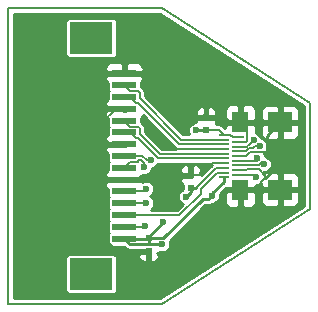
<source format=gbr>
%TF.GenerationSoftware,KiCad,Pcbnew,4.0.7*%
%TF.CreationDate,2018-04-08T16:57:24+02:00*%
%TF.ProjectId,HDMI to CSI,48444D4920746F204353492E6B696361,rev?*%
%TF.FileFunction,Copper,L1,Top,Signal*%
%FSLAX46Y46*%
G04 Gerber Fmt 4.6, Leading zero omitted, Abs format (unit mm)*
G04 Created by KiCad (PCBNEW 4.0.7) date 04/08/18 16:57:24*
%MOMM*%
%LPD*%
G01*
G04 APERTURE LIST*
%ADD10C,0.150000*%
%ADD11R,0.500000X0.600000*%
%ADD12R,2.000000X0.610000*%
%ADD13R,3.600000X2.680000*%
%ADD14R,2.000000X1.700000*%
%ADD15R,1.380000X1.800000*%
%ADD16R,0.850000X0.230000*%
%ADD17R,1.000000X0.230000*%
%ADD18C,0.600000*%
%ADD19C,0.254000*%
%ADD20C,0.200000*%
%ADD21C,0.127000*%
G04 APERTURE END LIST*
D10*
X152500000Y-104500000D02*
X140000000Y-112500000D01*
X152500000Y-95500000D02*
X152500000Y-104500000D01*
X140000000Y-87500000D02*
X152500000Y-95500000D01*
X127000000Y-87500000D02*
X140000000Y-87500000D01*
X127000000Y-112500000D02*
X140000000Y-112500000D01*
X127000000Y-87500000D02*
X127000000Y-112500000D01*
D11*
X138875000Y-106975000D03*
X138875000Y-108075000D03*
X142425000Y-102725000D03*
X142425000Y-101625000D03*
X143725000Y-97800000D03*
X143725000Y-96700000D03*
D12*
X136800000Y-93000000D03*
X136800000Y-94000000D03*
X136800000Y-95000000D03*
X136800000Y-96000000D03*
X136800000Y-97000000D03*
X136800000Y-98000000D03*
X136800000Y-99000000D03*
X136800000Y-100000000D03*
X136800000Y-101000000D03*
X136800000Y-102000000D03*
X136800000Y-103000000D03*
X136800000Y-104000000D03*
X136800000Y-105000000D03*
X136800000Y-106000000D03*
X136800000Y-107000000D03*
D13*
X134000000Y-90010000D03*
X134000000Y-109990000D03*
D14*
X150000000Y-102850000D03*
X150000000Y-97150000D03*
D15*
X146640000Y-102850000D03*
X146640000Y-97150000D03*
D16*
X145225000Y-98200000D03*
X145225000Y-98600000D03*
X145225000Y-99000000D03*
X145225000Y-99400000D03*
X145225000Y-99800000D03*
X145225000Y-100200000D03*
X145225000Y-100600000D03*
X145225000Y-101000000D03*
X145225000Y-101400000D03*
X145225000Y-101800000D03*
D17*
X146450000Y-98400000D03*
X146450000Y-98800000D03*
X146450000Y-99200000D03*
X146450000Y-99600000D03*
X146450000Y-100000000D03*
X146450000Y-100400000D03*
X146450000Y-100800000D03*
X146450000Y-101200000D03*
X146450000Y-101600000D03*
D18*
X140025000Y-107475000D03*
X140075000Y-105625000D03*
X142050000Y-103450000D03*
X144225000Y-103350000D03*
X142900000Y-97825000D03*
X135000000Y-93000000D03*
X148850000Y-99850000D03*
X135225000Y-99000000D03*
X139950000Y-98825000D03*
X148042158Y-100142158D03*
X139035654Y-100364518D03*
X148607842Y-100707842D03*
X138469970Y-100930202D03*
X147751166Y-98671068D03*
X138675000Y-102775000D03*
X148289673Y-99159490D03*
X138650000Y-103975000D03*
X147973863Y-101740510D03*
X138575000Y-105950000D03*
D19*
X140025000Y-107475000D02*
X138875000Y-107475000D01*
X138875000Y-107475000D02*
X137275000Y-107475000D01*
X138875000Y-106975000D02*
X138875000Y-107475000D01*
X140025000Y-107475000D02*
X139375000Y-107475000D01*
X137275000Y-107475000D02*
X136800000Y-107000000D01*
X138875000Y-106975000D02*
X138875000Y-106825000D01*
X138875000Y-106825000D02*
X140075000Y-105625000D01*
X143450001Y-103649999D02*
X140125000Y-106975000D01*
X140125000Y-106975000D02*
X138875000Y-106975000D01*
X144225000Y-103350000D02*
X143925001Y-103649999D01*
X143925001Y-103649999D02*
X143450001Y-103649999D01*
X136800000Y-107000000D02*
X138850000Y-107000000D01*
X138850000Y-107000000D02*
X138875000Y-106975000D01*
X142425000Y-102725000D02*
X142425000Y-103075000D01*
X142425000Y-103075000D02*
X142050000Y-103450000D01*
X144225000Y-103169000D02*
X144225000Y-103350000D01*
X145225000Y-101800000D02*
X145225000Y-102169000D01*
X145225000Y-102169000D02*
X144225000Y-103169000D01*
X143725000Y-97800000D02*
X142925000Y-97800000D01*
X142925000Y-97800000D02*
X142900000Y-97825000D01*
X142425000Y-102725000D02*
X142875000Y-102725000D01*
D20*
X143725000Y-97800000D02*
X144825000Y-97800000D01*
X144825000Y-97800000D02*
X145225000Y-98200000D01*
X146450000Y-98400000D02*
X145973602Y-98400000D01*
X145973602Y-98400000D02*
X145773602Y-98200000D01*
X145773602Y-98200000D02*
X145225000Y-98200000D01*
X145225000Y-101000000D02*
X144600000Y-101000000D01*
X144600000Y-101000000D02*
X142875000Y-102725000D01*
X136800000Y-93000000D02*
X135000000Y-93000000D01*
X136800000Y-102000000D02*
X137900000Y-102000000D01*
X142425000Y-101625000D02*
X138275000Y-101625000D01*
X138275000Y-101625000D02*
X137900000Y-102000000D01*
X145225000Y-100600000D02*
X144200000Y-100600000D01*
X144200000Y-100600000D02*
X143175000Y-101625000D01*
X143175000Y-101625000D02*
X142425000Y-101625000D01*
D19*
X146640000Y-97150000D02*
X147584000Y-97150000D01*
X147584000Y-97150000D02*
X150000000Y-97150000D01*
X148850000Y-99850000D02*
X148850000Y-98300000D01*
X148850000Y-98300000D02*
X150000000Y-97150000D01*
X149450000Y-100025736D02*
X149450000Y-101150000D01*
X149450000Y-101150000D02*
X148725000Y-101875000D01*
X148850000Y-99850000D02*
X149274264Y-99850000D01*
X149274264Y-99850000D02*
X149450000Y-100025736D01*
X136800000Y-96000000D02*
X135546000Y-96000000D01*
X135546000Y-96000000D02*
X134996000Y-95450000D01*
X134996000Y-95450000D02*
X134900000Y-95450000D01*
X136800000Y-93000000D02*
X135546000Y-93000000D01*
X135546000Y-93000000D02*
X134900000Y-93646000D01*
X134900000Y-93646000D02*
X134900000Y-93700000D01*
X134875000Y-102350000D02*
X134875000Y-102100000D01*
X134875000Y-103230000D02*
X134875000Y-102350000D01*
X134875000Y-102350000D02*
X134875000Y-94230000D01*
X134875000Y-94230000D02*
X134900000Y-94205000D01*
X134900000Y-94205000D02*
X134900000Y-93700000D01*
D20*
X134875000Y-101275000D02*
X134875000Y-101175000D01*
X134875000Y-101175000D02*
X134875000Y-99425000D01*
D19*
X136800000Y-102000000D02*
X135546000Y-102000000D01*
X135546000Y-102000000D02*
X134875000Y-101329000D01*
X134875000Y-101329000D02*
X134875000Y-101175000D01*
D20*
X134875000Y-102100000D02*
X134875000Y-101275000D01*
D19*
X134875000Y-106788602D02*
X134875000Y-103230000D01*
X138875000Y-108075000D02*
X136161398Y-108075000D01*
X136161398Y-108075000D02*
X134875000Y-106788602D01*
D20*
X142425000Y-101625000D02*
X142550000Y-101625000D01*
D19*
X142550000Y-101500000D02*
X142425000Y-101625000D01*
D21*
X147427000Y-99650000D02*
X148650000Y-99650000D01*
D20*
X147150000Y-98800000D02*
X147224164Y-98725836D01*
X146450000Y-98800000D02*
X147150000Y-98800000D01*
X147224164Y-98725836D02*
X147224164Y-97734164D01*
X147224164Y-97734164D02*
X146640000Y-97150000D01*
D21*
X148650000Y-99650000D02*
X148850000Y-99850000D01*
X146450000Y-100000000D02*
X147077000Y-100000000D01*
X147077000Y-100000000D02*
X147427000Y-99650000D01*
D20*
X138000000Y-93000000D02*
X141500000Y-96500000D01*
X143725000Y-96700000D02*
X141700000Y-96700000D01*
X141700000Y-96700000D02*
X141500000Y-96500000D01*
X143725000Y-96700000D02*
X145300000Y-96700000D01*
X145300000Y-96700000D02*
X145750000Y-97150000D01*
X150000000Y-102850000D02*
X148800000Y-102850000D01*
X148800000Y-102850000D02*
X147750000Y-102850000D01*
X146450000Y-101200000D02*
X147150000Y-101200000D01*
X147150000Y-101200000D02*
X147250000Y-101100000D01*
X148725000Y-101650000D02*
X148725000Y-101875000D01*
X147250000Y-101100000D02*
X148175000Y-101100000D01*
X148175000Y-101100000D02*
X148725000Y-101650000D01*
X148725000Y-101875000D02*
X147750000Y-102850000D01*
X147750000Y-102850000D02*
X146640000Y-102850000D01*
X134875000Y-99425000D02*
X134875000Y-98275000D01*
X134875000Y-99425000D02*
X134875000Y-99350000D01*
X134875000Y-99350000D02*
X135225000Y-99000000D01*
X144600000Y-99400000D02*
X140525000Y-99400000D01*
X140525000Y-99400000D02*
X139950000Y-98825000D01*
X145225000Y-99400000D02*
X144600000Y-99400000D01*
X134900000Y-95450000D02*
X134900000Y-97205000D01*
X134900000Y-97205000D02*
X134875000Y-97230000D01*
X136800000Y-102000000D02*
X135600000Y-102000000D01*
X135600000Y-102000000D02*
X134875000Y-101275000D01*
X134875000Y-97230000D02*
X134875000Y-97625000D01*
X134875000Y-97625000D02*
X134875000Y-97770000D01*
X136800000Y-99000000D02*
X135600000Y-99000000D01*
X135600000Y-99000000D02*
X134875000Y-98275000D01*
X134875000Y-98275000D02*
X134875000Y-97625000D01*
X136800000Y-96000000D02*
X136105000Y-96000000D01*
X136105000Y-96000000D02*
X134875000Y-97230000D01*
X134900000Y-93700000D02*
X134900000Y-95450000D01*
X136800000Y-93000000D02*
X138000000Y-93000000D01*
X145750000Y-97150000D02*
X146640000Y-97150000D01*
X146325000Y-103165000D02*
X146640000Y-102850000D01*
D21*
X141596204Y-98609500D02*
X144578000Y-98609500D01*
X137304499Y-94504499D02*
X137952401Y-94504499D01*
X136800000Y-94000000D02*
X137304499Y-94504499D01*
X137952401Y-94504499D02*
X138110213Y-94662311D01*
X138110213Y-94662311D02*
X138110213Y-95123509D01*
X138110213Y-95123509D02*
X141596204Y-98609500D01*
X144578000Y-98609500D02*
X144587500Y-98600000D01*
X144587500Y-98600000D02*
X145225000Y-98600000D01*
X136800000Y-95000000D02*
X137261185Y-95000000D01*
X137261185Y-95000000D02*
X137765684Y-95504499D01*
X137765684Y-95504499D02*
X137952401Y-95504499D01*
X137952401Y-95504499D02*
X141438402Y-98990500D01*
X141438402Y-98990500D02*
X144578000Y-98990500D01*
X144578000Y-98990500D02*
X144587500Y-99000000D01*
X144587500Y-99000000D02*
X145225000Y-99000000D01*
X144578000Y-99809500D02*
X144587500Y-99800000D01*
X137304499Y-97504499D02*
X137952401Y-97504499D01*
X136800000Y-97000000D02*
X137304499Y-97504499D01*
X144587500Y-99800000D02*
X145225000Y-99800000D01*
X137952401Y-97504499D02*
X138110213Y-97662311D01*
X138110213Y-97662311D02*
X138110213Y-98123509D01*
X138110213Y-98123509D02*
X139796204Y-99809500D01*
X139796204Y-99809500D02*
X144578000Y-99809500D01*
X136800000Y-98000000D02*
X137261185Y-98000000D01*
X137261185Y-98000000D02*
X137765684Y-98504499D01*
X144587500Y-100200000D02*
X145225000Y-100200000D01*
X137765684Y-98504499D02*
X137952401Y-98504499D01*
X137952401Y-98504499D02*
X139638402Y-100190500D01*
X139638402Y-100190500D02*
X144578000Y-100190500D01*
X144578000Y-100190500D02*
X144587500Y-100200000D01*
X148042158Y-100142158D02*
X148209389Y-100309389D01*
X148209389Y-100309389D02*
X148082278Y-100436500D01*
X148082278Y-100436500D02*
X147236500Y-100436500D01*
X147236500Y-100436500D02*
X147200000Y-100400000D01*
X147200000Y-100400000D02*
X146450000Y-100400000D01*
X136800000Y-100000000D02*
X138336675Y-100000000D01*
X138336675Y-100000000D02*
X138701193Y-100364518D01*
X138701193Y-100364518D02*
X139035654Y-100364518D01*
X148607842Y-100707842D02*
X148440611Y-100540611D01*
X148440611Y-100540611D02*
X148217722Y-100763500D01*
X148217722Y-100763500D02*
X147236500Y-100763500D01*
X147236500Y-100763500D02*
X147200000Y-100800000D01*
X147200000Y-100800000D02*
X146450000Y-100800000D01*
X138469970Y-100595741D02*
X138469970Y-100930202D01*
X136800000Y-101000000D02*
X137304499Y-100495501D01*
X137304499Y-100495501D02*
X137952401Y-100495501D01*
X137952401Y-100495501D02*
X137990501Y-100457401D01*
X137990501Y-100457401D02*
X137990501Y-100326999D01*
X137990501Y-100326999D02*
X138201228Y-100326999D01*
X138201228Y-100326999D02*
X138469970Y-100595741D01*
X147266572Y-99091978D02*
X147330256Y-99091978D01*
X146450000Y-99200000D02*
X147158550Y-99200000D01*
X147330256Y-99091978D02*
X147451167Y-98971067D01*
X147451167Y-98971067D02*
X147751166Y-98671068D01*
X147158550Y-99200000D02*
X147266572Y-99091978D01*
X136800000Y-103000000D02*
X138450000Y-103000000D01*
X138450000Y-103000000D02*
X138675000Y-102775000D01*
X147371786Y-99345989D02*
X147678910Y-99345989D01*
X147678910Y-99345989D02*
X147865409Y-99159490D01*
X147865409Y-99159490D02*
X148289673Y-99159490D01*
X147117775Y-99600000D02*
X147371786Y-99345989D01*
X146450000Y-99600000D02*
X147117775Y-99600000D01*
X138650000Y-103975000D02*
X136825000Y-103975000D01*
X136825000Y-103975000D02*
X136800000Y-104000000D01*
X137927000Y-105000000D02*
X136800000Y-105000000D01*
X141475944Y-105000000D02*
X137927000Y-105000000D01*
X143290502Y-102782498D02*
X143290502Y-103185442D01*
X144673000Y-101400000D02*
X143290502Y-102782498D01*
X145225000Y-101400000D02*
X144673000Y-101400000D01*
X143290502Y-103185442D02*
X141475944Y-105000000D01*
X147833353Y-101600000D02*
X147973863Y-101740510D01*
X146450000Y-101600000D02*
X147833353Y-101600000D01*
X137927000Y-106000000D02*
X138525000Y-106000000D01*
X138525000Y-106000000D02*
X138575000Y-105950000D01*
X136800000Y-106000000D02*
X137927000Y-106000000D01*
D19*
G36*
X152044000Y-95749554D02*
X152044000Y-104250446D01*
X139866573Y-112044000D01*
X127456000Y-112044000D01*
X127456000Y-108650000D01*
X131811536Y-108650000D01*
X131811536Y-111330000D01*
X131838103Y-111471190D01*
X131921546Y-111600865D01*
X132048866Y-111687859D01*
X132200000Y-111718464D01*
X135800000Y-111718464D01*
X135941190Y-111691897D01*
X136070865Y-111608454D01*
X136157859Y-111481134D01*
X136188464Y-111330000D01*
X136188464Y-108650000D01*
X136161897Y-108508810D01*
X136078454Y-108379135D01*
X136051547Y-108360750D01*
X137990000Y-108360750D01*
X137990000Y-108501309D01*
X138086673Y-108734698D01*
X138265301Y-108913327D01*
X138498690Y-109010000D01*
X138591250Y-109010000D01*
X138750000Y-108851250D01*
X138750000Y-108202000D01*
X138148750Y-108202000D01*
X137990000Y-108360750D01*
X136051547Y-108360750D01*
X135951134Y-108292141D01*
X135800000Y-108261536D01*
X132200000Y-108261536D01*
X132058810Y-108288103D01*
X131929135Y-108371546D01*
X131842141Y-108498866D01*
X131811536Y-108650000D01*
X127456000Y-108650000D01*
X127456000Y-93285750D01*
X135165000Y-93285750D01*
X135165000Y-93431309D01*
X135261673Y-93664698D01*
X135411536Y-93814562D01*
X135411536Y-94305000D01*
X135438103Y-94446190D01*
X135472430Y-94499536D01*
X135442141Y-94543866D01*
X135411536Y-94695000D01*
X135411536Y-95185438D01*
X135261673Y-95335302D01*
X135165000Y-95568691D01*
X135165000Y-95714250D01*
X135323750Y-95873000D01*
X136673000Y-95873000D01*
X136673000Y-95853000D01*
X136927000Y-95853000D01*
X136927000Y-95873000D01*
X136947000Y-95873000D01*
X136947000Y-96127000D01*
X136927000Y-96127000D01*
X136927000Y-96147000D01*
X136673000Y-96147000D01*
X136673000Y-96127000D01*
X135323750Y-96127000D01*
X135165000Y-96285750D01*
X135165000Y-96431309D01*
X135261673Y-96664698D01*
X135411536Y-96814562D01*
X135411536Y-97305000D01*
X135438103Y-97446190D01*
X135472430Y-97499536D01*
X135442141Y-97543866D01*
X135411536Y-97695000D01*
X135411536Y-98185438D01*
X135261673Y-98335302D01*
X135165000Y-98568691D01*
X135165000Y-98714250D01*
X135323750Y-98873000D01*
X136673000Y-98873000D01*
X136673000Y-98853000D01*
X136927000Y-98853000D01*
X136927000Y-98873000D01*
X136947000Y-98873000D01*
X136947000Y-99127000D01*
X136927000Y-99127000D01*
X136927000Y-99147000D01*
X136673000Y-99147000D01*
X136673000Y-99127000D01*
X135323750Y-99127000D01*
X135165000Y-99285750D01*
X135165000Y-99431309D01*
X135261673Y-99664698D01*
X135411536Y-99814562D01*
X135411536Y-100305000D01*
X135438103Y-100446190D01*
X135472430Y-100499536D01*
X135442141Y-100543866D01*
X135411536Y-100695000D01*
X135411536Y-101185438D01*
X135261673Y-101335302D01*
X135165000Y-101568691D01*
X135165000Y-101714250D01*
X135323750Y-101873000D01*
X136673000Y-101873000D01*
X136673000Y-101853000D01*
X136927000Y-101853000D01*
X136927000Y-101873000D01*
X138276250Y-101873000D01*
X138435000Y-101714250D01*
X138435000Y-101611172D01*
X138604835Y-101611320D01*
X138855222Y-101507863D01*
X139046957Y-101316461D01*
X139095859Y-101198691D01*
X141540000Y-101198691D01*
X141540000Y-101339250D01*
X141698750Y-101498000D01*
X142300000Y-101498000D01*
X142300000Y-100848750D01*
X142141250Y-100690000D01*
X142048690Y-100690000D01*
X141815301Y-100786673D01*
X141636673Y-100965302D01*
X141540000Y-101198691D01*
X139095859Y-101198691D01*
X139150852Y-101066256D01*
X139150870Y-101045619D01*
X139170519Y-101045636D01*
X139420906Y-100942179D01*
X139612641Y-100750777D01*
X139660716Y-100635000D01*
X144165000Y-100635000D01*
X144165000Y-100727002D01*
X144192761Y-100727002D01*
X143310000Y-101609764D01*
X143310000Y-101497998D01*
X143151252Y-101497998D01*
X143310000Y-101339250D01*
X143310000Y-101198691D01*
X143213327Y-100965302D01*
X143034699Y-100786673D01*
X142801310Y-100690000D01*
X142708750Y-100690000D01*
X142550000Y-100848750D01*
X142550000Y-101498000D01*
X142572000Y-101498000D01*
X142572000Y-101752000D01*
X142550000Y-101752000D01*
X142550000Y-101772000D01*
X142300000Y-101772000D01*
X142300000Y-101752000D01*
X141698750Y-101752000D01*
X141540000Y-101910750D01*
X141540000Y-102051309D01*
X141636673Y-102284698D01*
X141786536Y-102434562D01*
X141786536Y-102822018D01*
X141664748Y-102872339D01*
X141473013Y-103063741D01*
X141369118Y-103313946D01*
X141368882Y-103584865D01*
X141472339Y-103835252D01*
X141663741Y-104026987D01*
X141774392Y-104072934D01*
X141291826Y-104555500D01*
X139028381Y-104555500D01*
X139035252Y-104552661D01*
X139226987Y-104361259D01*
X139330882Y-104111054D01*
X139331118Y-103840135D01*
X139227661Y-103589748D01*
X139036259Y-103398013D01*
X138993481Y-103380250D01*
X139060252Y-103352661D01*
X139251987Y-103161259D01*
X139355882Y-102911054D01*
X139356118Y-102640135D01*
X139252661Y-102389748D01*
X139061259Y-102198013D01*
X138811054Y-102094118D01*
X138540135Y-102093882D01*
X138329970Y-102180720D01*
X138276250Y-102127000D01*
X136927000Y-102127000D01*
X136927000Y-102147000D01*
X136673000Y-102147000D01*
X136673000Y-102127000D01*
X135323750Y-102127000D01*
X135165000Y-102285750D01*
X135165000Y-102431309D01*
X135261673Y-102664698D01*
X135411536Y-102814562D01*
X135411536Y-103305000D01*
X135438103Y-103446190D01*
X135472430Y-103499536D01*
X135442141Y-103543866D01*
X135411536Y-103695000D01*
X135411536Y-104305000D01*
X135438103Y-104446190D01*
X135472430Y-104499536D01*
X135442141Y-104543866D01*
X135411536Y-104695000D01*
X135411536Y-105305000D01*
X135438103Y-105446190D01*
X135472430Y-105499536D01*
X135442141Y-105543866D01*
X135411536Y-105695000D01*
X135411536Y-106305000D01*
X135438103Y-106446190D01*
X135472430Y-106499536D01*
X135442141Y-106543866D01*
X135411536Y-106695000D01*
X135411536Y-107305000D01*
X135438103Y-107446190D01*
X135521546Y-107575865D01*
X135648866Y-107662859D01*
X135800000Y-107693464D01*
X136775043Y-107693464D01*
X136915789Y-107834210D01*
X137025910Y-107907790D01*
X137080597Y-107944331D01*
X137275000Y-107983000D01*
X139022000Y-107983000D01*
X139022000Y-108202000D01*
X139000000Y-108202000D01*
X139000000Y-108851250D01*
X139158750Y-109010000D01*
X139251310Y-109010000D01*
X139484699Y-108913327D01*
X139663327Y-108734698D01*
X139760000Y-108501309D01*
X139760000Y-108360750D01*
X139601252Y-108202002D01*
X139760000Y-108202002D01*
X139760000Y-108102339D01*
X139888946Y-108155882D01*
X140159865Y-108156118D01*
X140410252Y-108052661D01*
X140601987Y-107861259D01*
X140705882Y-107611054D01*
X140706118Y-107340135D01*
X140639504Y-107178916D01*
X143660422Y-104157999D01*
X143925001Y-104157999D01*
X144119404Y-104119330D01*
X144251563Y-104031024D01*
X144359865Y-104031118D01*
X144610252Y-103927661D01*
X144801987Y-103736259D01*
X144905882Y-103486054D01*
X144906118Y-103215135D01*
X144903535Y-103208885D01*
X144976670Y-103135750D01*
X145315000Y-103135750D01*
X145315000Y-103876309D01*
X145411673Y-104109698D01*
X145590301Y-104288327D01*
X145823690Y-104385000D01*
X146354250Y-104385000D01*
X146513000Y-104226250D01*
X146513000Y-102977000D01*
X146767000Y-102977000D01*
X146767000Y-104226250D01*
X146925750Y-104385000D01*
X147456310Y-104385000D01*
X147689699Y-104288327D01*
X147868327Y-104109698D01*
X147965000Y-103876309D01*
X147965000Y-103135750D01*
X148365000Y-103135750D01*
X148365000Y-103826309D01*
X148461673Y-104059698D01*
X148640301Y-104238327D01*
X148873690Y-104335000D01*
X149714250Y-104335000D01*
X149873000Y-104176250D01*
X149873000Y-102977000D01*
X150127000Y-102977000D01*
X150127000Y-104176250D01*
X150285750Y-104335000D01*
X151126310Y-104335000D01*
X151359699Y-104238327D01*
X151538327Y-104059698D01*
X151635000Y-103826309D01*
X151635000Y-103135750D01*
X151476250Y-102977000D01*
X150127000Y-102977000D01*
X149873000Y-102977000D01*
X148523750Y-102977000D01*
X148365000Y-103135750D01*
X147965000Y-103135750D01*
X147806250Y-102977000D01*
X146767000Y-102977000D01*
X146513000Y-102977000D01*
X145473750Y-102977000D01*
X145315000Y-103135750D01*
X144976670Y-103135750D01*
X145431585Y-102680835D01*
X145473750Y-102723000D01*
X146513000Y-102723000D01*
X146513000Y-102703000D01*
X146767000Y-102703000D01*
X146767000Y-102723000D01*
X147806250Y-102723000D01*
X147965000Y-102564250D01*
X147965000Y-102421503D01*
X148108728Y-102421628D01*
X148359115Y-102318171D01*
X148365000Y-102312296D01*
X148365000Y-102564250D01*
X148523750Y-102723000D01*
X149873000Y-102723000D01*
X149873000Y-101523750D01*
X150127000Y-101523750D01*
X150127000Y-102723000D01*
X151476250Y-102723000D01*
X151635000Y-102564250D01*
X151635000Y-101873691D01*
X151538327Y-101640302D01*
X151359699Y-101461673D01*
X151126310Y-101365000D01*
X150285750Y-101365000D01*
X150127000Y-101523750D01*
X149873000Y-101523750D01*
X149714250Y-101365000D01*
X148873690Y-101365000D01*
X148640301Y-101461673D01*
X148608594Y-101493380D01*
X148565385Y-101388806D01*
X148742707Y-101388960D01*
X148993094Y-101285503D01*
X149184829Y-101094101D01*
X149288724Y-100843896D01*
X149288960Y-100572977D01*
X149185503Y-100322590D01*
X148994101Y-100130855D01*
X148743896Y-100026960D01*
X148723259Y-100026942D01*
X148723276Y-100007293D01*
X148620883Y-99759481D01*
X148674925Y-99737151D01*
X148866660Y-99545749D01*
X148970555Y-99295544D01*
X148970791Y-99024625D01*
X148867334Y-98774238D01*
X148675932Y-98582503D01*
X148425727Y-98478608D01*
X148408480Y-98478593D01*
X148328827Y-98285816D01*
X148137425Y-98094081D01*
X147965000Y-98022483D01*
X147965000Y-97435750D01*
X148365000Y-97435750D01*
X148365000Y-98126309D01*
X148461673Y-98359698D01*
X148640301Y-98538327D01*
X148873690Y-98635000D01*
X149714250Y-98635000D01*
X149873000Y-98476250D01*
X149873000Y-97277000D01*
X150127000Y-97277000D01*
X150127000Y-98476250D01*
X150285750Y-98635000D01*
X151126310Y-98635000D01*
X151359699Y-98538327D01*
X151538327Y-98359698D01*
X151635000Y-98126309D01*
X151635000Y-97435750D01*
X151476250Y-97277000D01*
X150127000Y-97277000D01*
X149873000Y-97277000D01*
X148523750Y-97277000D01*
X148365000Y-97435750D01*
X147965000Y-97435750D01*
X147806250Y-97277000D01*
X146767000Y-97277000D01*
X146767000Y-97297000D01*
X146513000Y-97297000D01*
X146513000Y-97277000D01*
X145473750Y-97277000D01*
X145315000Y-97435750D01*
X145315000Y-97609764D01*
X145165118Y-97459882D01*
X145009071Y-97355614D01*
X144825000Y-97319000D01*
X144530185Y-97319000D01*
X144610000Y-97126309D01*
X144610000Y-96985750D01*
X144451250Y-96827000D01*
X143850000Y-96827000D01*
X143850000Y-96847000D01*
X143600000Y-96847000D01*
X143600000Y-96827000D01*
X142998750Y-96827000D01*
X142840000Y-96985750D01*
X142840000Y-97126309D01*
X142847309Y-97143954D01*
X142765135Y-97143882D01*
X142514748Y-97247339D01*
X142323013Y-97438741D01*
X142219118Y-97688946D01*
X142218882Y-97959865D01*
X142303641Y-98165000D01*
X141780322Y-98165000D01*
X139889013Y-96273691D01*
X142840000Y-96273691D01*
X142840000Y-96414250D01*
X142998750Y-96573000D01*
X143600000Y-96573000D01*
X143600000Y-95923750D01*
X143850000Y-95923750D01*
X143850000Y-96573000D01*
X144451250Y-96573000D01*
X144610000Y-96414250D01*
X144610000Y-96273691D01*
X144547868Y-96123691D01*
X145315000Y-96123691D01*
X145315000Y-96864250D01*
X145473750Y-97023000D01*
X146513000Y-97023000D01*
X146513000Y-95773750D01*
X146767000Y-95773750D01*
X146767000Y-97023000D01*
X147806250Y-97023000D01*
X147965000Y-96864250D01*
X147965000Y-96173691D01*
X148365000Y-96173691D01*
X148365000Y-96864250D01*
X148523750Y-97023000D01*
X149873000Y-97023000D01*
X149873000Y-95823750D01*
X150127000Y-95823750D01*
X150127000Y-97023000D01*
X151476250Y-97023000D01*
X151635000Y-96864250D01*
X151635000Y-96173691D01*
X151538327Y-95940302D01*
X151359699Y-95761673D01*
X151126310Y-95665000D01*
X150285750Y-95665000D01*
X150127000Y-95823750D01*
X149873000Y-95823750D01*
X149714250Y-95665000D01*
X148873690Y-95665000D01*
X148640301Y-95761673D01*
X148461673Y-95940302D01*
X148365000Y-96173691D01*
X147965000Y-96173691D01*
X147965000Y-96123691D01*
X147868327Y-95890302D01*
X147689699Y-95711673D01*
X147456310Y-95615000D01*
X146925750Y-95615000D01*
X146767000Y-95773750D01*
X146513000Y-95773750D01*
X146354250Y-95615000D01*
X145823690Y-95615000D01*
X145590301Y-95711673D01*
X145411673Y-95890302D01*
X145315000Y-96123691D01*
X144547868Y-96123691D01*
X144513327Y-96040302D01*
X144334699Y-95861673D01*
X144101310Y-95765000D01*
X144008750Y-95765000D01*
X143850000Y-95923750D01*
X143600000Y-95923750D01*
X143441250Y-95765000D01*
X143348690Y-95765000D01*
X143115301Y-95861673D01*
X142936673Y-96040302D01*
X142840000Y-96273691D01*
X139889013Y-96273691D01*
X138554713Y-94939391D01*
X138554713Y-94662311D01*
X138520877Y-94492208D01*
X138424522Y-94348002D01*
X138266710Y-94190190D01*
X138236646Y-94170102D01*
X138188464Y-94137908D01*
X138188464Y-93814562D01*
X138338327Y-93664698D01*
X138435000Y-93431309D01*
X138435000Y-93285750D01*
X138276250Y-93127000D01*
X136927000Y-93127000D01*
X136927000Y-93147000D01*
X136673000Y-93147000D01*
X136673000Y-93127000D01*
X135323750Y-93127000D01*
X135165000Y-93285750D01*
X127456000Y-93285750D01*
X127456000Y-92568691D01*
X135165000Y-92568691D01*
X135165000Y-92714250D01*
X135323750Y-92873000D01*
X136673000Y-92873000D01*
X136673000Y-92218750D01*
X136927000Y-92218750D01*
X136927000Y-92873000D01*
X138276250Y-92873000D01*
X138435000Y-92714250D01*
X138435000Y-92568691D01*
X138338327Y-92335302D01*
X138159699Y-92156673D01*
X137926310Y-92060000D01*
X137085750Y-92060000D01*
X136927000Y-92218750D01*
X136673000Y-92218750D01*
X136514250Y-92060000D01*
X135673690Y-92060000D01*
X135440301Y-92156673D01*
X135261673Y-92335302D01*
X135165000Y-92568691D01*
X127456000Y-92568691D01*
X127456000Y-88670000D01*
X131811536Y-88670000D01*
X131811536Y-91350000D01*
X131838103Y-91491190D01*
X131921546Y-91620865D01*
X132048866Y-91707859D01*
X132200000Y-91738464D01*
X135800000Y-91738464D01*
X135941190Y-91711897D01*
X136070865Y-91628454D01*
X136157859Y-91501134D01*
X136188464Y-91350000D01*
X136188464Y-88670000D01*
X136161897Y-88528810D01*
X136078454Y-88399135D01*
X135951134Y-88312141D01*
X135800000Y-88281536D01*
X132200000Y-88281536D01*
X132058810Y-88308103D01*
X131929135Y-88391546D01*
X131842141Y-88518866D01*
X131811536Y-88670000D01*
X127456000Y-88670000D01*
X127456000Y-87956000D01*
X139866573Y-87956000D01*
X152044000Y-95749554D01*
X152044000Y-95749554D01*
G37*
X152044000Y-95749554D02*
X152044000Y-104250446D01*
X139866573Y-112044000D01*
X127456000Y-112044000D01*
X127456000Y-108650000D01*
X131811536Y-108650000D01*
X131811536Y-111330000D01*
X131838103Y-111471190D01*
X131921546Y-111600865D01*
X132048866Y-111687859D01*
X132200000Y-111718464D01*
X135800000Y-111718464D01*
X135941190Y-111691897D01*
X136070865Y-111608454D01*
X136157859Y-111481134D01*
X136188464Y-111330000D01*
X136188464Y-108650000D01*
X136161897Y-108508810D01*
X136078454Y-108379135D01*
X136051547Y-108360750D01*
X137990000Y-108360750D01*
X137990000Y-108501309D01*
X138086673Y-108734698D01*
X138265301Y-108913327D01*
X138498690Y-109010000D01*
X138591250Y-109010000D01*
X138750000Y-108851250D01*
X138750000Y-108202000D01*
X138148750Y-108202000D01*
X137990000Y-108360750D01*
X136051547Y-108360750D01*
X135951134Y-108292141D01*
X135800000Y-108261536D01*
X132200000Y-108261536D01*
X132058810Y-108288103D01*
X131929135Y-108371546D01*
X131842141Y-108498866D01*
X131811536Y-108650000D01*
X127456000Y-108650000D01*
X127456000Y-93285750D01*
X135165000Y-93285750D01*
X135165000Y-93431309D01*
X135261673Y-93664698D01*
X135411536Y-93814562D01*
X135411536Y-94305000D01*
X135438103Y-94446190D01*
X135472430Y-94499536D01*
X135442141Y-94543866D01*
X135411536Y-94695000D01*
X135411536Y-95185438D01*
X135261673Y-95335302D01*
X135165000Y-95568691D01*
X135165000Y-95714250D01*
X135323750Y-95873000D01*
X136673000Y-95873000D01*
X136673000Y-95853000D01*
X136927000Y-95853000D01*
X136927000Y-95873000D01*
X136947000Y-95873000D01*
X136947000Y-96127000D01*
X136927000Y-96127000D01*
X136927000Y-96147000D01*
X136673000Y-96147000D01*
X136673000Y-96127000D01*
X135323750Y-96127000D01*
X135165000Y-96285750D01*
X135165000Y-96431309D01*
X135261673Y-96664698D01*
X135411536Y-96814562D01*
X135411536Y-97305000D01*
X135438103Y-97446190D01*
X135472430Y-97499536D01*
X135442141Y-97543866D01*
X135411536Y-97695000D01*
X135411536Y-98185438D01*
X135261673Y-98335302D01*
X135165000Y-98568691D01*
X135165000Y-98714250D01*
X135323750Y-98873000D01*
X136673000Y-98873000D01*
X136673000Y-98853000D01*
X136927000Y-98853000D01*
X136927000Y-98873000D01*
X136947000Y-98873000D01*
X136947000Y-99127000D01*
X136927000Y-99127000D01*
X136927000Y-99147000D01*
X136673000Y-99147000D01*
X136673000Y-99127000D01*
X135323750Y-99127000D01*
X135165000Y-99285750D01*
X135165000Y-99431309D01*
X135261673Y-99664698D01*
X135411536Y-99814562D01*
X135411536Y-100305000D01*
X135438103Y-100446190D01*
X135472430Y-100499536D01*
X135442141Y-100543866D01*
X135411536Y-100695000D01*
X135411536Y-101185438D01*
X135261673Y-101335302D01*
X135165000Y-101568691D01*
X135165000Y-101714250D01*
X135323750Y-101873000D01*
X136673000Y-101873000D01*
X136673000Y-101853000D01*
X136927000Y-101853000D01*
X136927000Y-101873000D01*
X138276250Y-101873000D01*
X138435000Y-101714250D01*
X138435000Y-101611172D01*
X138604835Y-101611320D01*
X138855222Y-101507863D01*
X139046957Y-101316461D01*
X139095859Y-101198691D01*
X141540000Y-101198691D01*
X141540000Y-101339250D01*
X141698750Y-101498000D01*
X142300000Y-101498000D01*
X142300000Y-100848750D01*
X142141250Y-100690000D01*
X142048690Y-100690000D01*
X141815301Y-100786673D01*
X141636673Y-100965302D01*
X141540000Y-101198691D01*
X139095859Y-101198691D01*
X139150852Y-101066256D01*
X139150870Y-101045619D01*
X139170519Y-101045636D01*
X139420906Y-100942179D01*
X139612641Y-100750777D01*
X139660716Y-100635000D01*
X144165000Y-100635000D01*
X144165000Y-100727002D01*
X144192761Y-100727002D01*
X143310000Y-101609764D01*
X143310000Y-101497998D01*
X143151252Y-101497998D01*
X143310000Y-101339250D01*
X143310000Y-101198691D01*
X143213327Y-100965302D01*
X143034699Y-100786673D01*
X142801310Y-100690000D01*
X142708750Y-100690000D01*
X142550000Y-100848750D01*
X142550000Y-101498000D01*
X142572000Y-101498000D01*
X142572000Y-101752000D01*
X142550000Y-101752000D01*
X142550000Y-101772000D01*
X142300000Y-101772000D01*
X142300000Y-101752000D01*
X141698750Y-101752000D01*
X141540000Y-101910750D01*
X141540000Y-102051309D01*
X141636673Y-102284698D01*
X141786536Y-102434562D01*
X141786536Y-102822018D01*
X141664748Y-102872339D01*
X141473013Y-103063741D01*
X141369118Y-103313946D01*
X141368882Y-103584865D01*
X141472339Y-103835252D01*
X141663741Y-104026987D01*
X141774392Y-104072934D01*
X141291826Y-104555500D01*
X139028381Y-104555500D01*
X139035252Y-104552661D01*
X139226987Y-104361259D01*
X139330882Y-104111054D01*
X139331118Y-103840135D01*
X139227661Y-103589748D01*
X139036259Y-103398013D01*
X138993481Y-103380250D01*
X139060252Y-103352661D01*
X139251987Y-103161259D01*
X139355882Y-102911054D01*
X139356118Y-102640135D01*
X139252661Y-102389748D01*
X139061259Y-102198013D01*
X138811054Y-102094118D01*
X138540135Y-102093882D01*
X138329970Y-102180720D01*
X138276250Y-102127000D01*
X136927000Y-102127000D01*
X136927000Y-102147000D01*
X136673000Y-102147000D01*
X136673000Y-102127000D01*
X135323750Y-102127000D01*
X135165000Y-102285750D01*
X135165000Y-102431309D01*
X135261673Y-102664698D01*
X135411536Y-102814562D01*
X135411536Y-103305000D01*
X135438103Y-103446190D01*
X135472430Y-103499536D01*
X135442141Y-103543866D01*
X135411536Y-103695000D01*
X135411536Y-104305000D01*
X135438103Y-104446190D01*
X135472430Y-104499536D01*
X135442141Y-104543866D01*
X135411536Y-104695000D01*
X135411536Y-105305000D01*
X135438103Y-105446190D01*
X135472430Y-105499536D01*
X135442141Y-105543866D01*
X135411536Y-105695000D01*
X135411536Y-106305000D01*
X135438103Y-106446190D01*
X135472430Y-106499536D01*
X135442141Y-106543866D01*
X135411536Y-106695000D01*
X135411536Y-107305000D01*
X135438103Y-107446190D01*
X135521546Y-107575865D01*
X135648866Y-107662859D01*
X135800000Y-107693464D01*
X136775043Y-107693464D01*
X136915789Y-107834210D01*
X137025910Y-107907790D01*
X137080597Y-107944331D01*
X137275000Y-107983000D01*
X139022000Y-107983000D01*
X139022000Y-108202000D01*
X139000000Y-108202000D01*
X139000000Y-108851250D01*
X139158750Y-109010000D01*
X139251310Y-109010000D01*
X139484699Y-108913327D01*
X139663327Y-108734698D01*
X139760000Y-108501309D01*
X139760000Y-108360750D01*
X139601252Y-108202002D01*
X139760000Y-108202002D01*
X139760000Y-108102339D01*
X139888946Y-108155882D01*
X140159865Y-108156118D01*
X140410252Y-108052661D01*
X140601987Y-107861259D01*
X140705882Y-107611054D01*
X140706118Y-107340135D01*
X140639504Y-107178916D01*
X143660422Y-104157999D01*
X143925001Y-104157999D01*
X144119404Y-104119330D01*
X144251563Y-104031024D01*
X144359865Y-104031118D01*
X144610252Y-103927661D01*
X144801987Y-103736259D01*
X144905882Y-103486054D01*
X144906118Y-103215135D01*
X144903535Y-103208885D01*
X144976670Y-103135750D01*
X145315000Y-103135750D01*
X145315000Y-103876309D01*
X145411673Y-104109698D01*
X145590301Y-104288327D01*
X145823690Y-104385000D01*
X146354250Y-104385000D01*
X146513000Y-104226250D01*
X146513000Y-102977000D01*
X146767000Y-102977000D01*
X146767000Y-104226250D01*
X146925750Y-104385000D01*
X147456310Y-104385000D01*
X147689699Y-104288327D01*
X147868327Y-104109698D01*
X147965000Y-103876309D01*
X147965000Y-103135750D01*
X148365000Y-103135750D01*
X148365000Y-103826309D01*
X148461673Y-104059698D01*
X148640301Y-104238327D01*
X148873690Y-104335000D01*
X149714250Y-104335000D01*
X149873000Y-104176250D01*
X149873000Y-102977000D01*
X150127000Y-102977000D01*
X150127000Y-104176250D01*
X150285750Y-104335000D01*
X151126310Y-104335000D01*
X151359699Y-104238327D01*
X151538327Y-104059698D01*
X151635000Y-103826309D01*
X151635000Y-103135750D01*
X151476250Y-102977000D01*
X150127000Y-102977000D01*
X149873000Y-102977000D01*
X148523750Y-102977000D01*
X148365000Y-103135750D01*
X147965000Y-103135750D01*
X147806250Y-102977000D01*
X146767000Y-102977000D01*
X146513000Y-102977000D01*
X145473750Y-102977000D01*
X145315000Y-103135750D01*
X144976670Y-103135750D01*
X145431585Y-102680835D01*
X145473750Y-102723000D01*
X146513000Y-102723000D01*
X146513000Y-102703000D01*
X146767000Y-102703000D01*
X146767000Y-102723000D01*
X147806250Y-102723000D01*
X147965000Y-102564250D01*
X147965000Y-102421503D01*
X148108728Y-102421628D01*
X148359115Y-102318171D01*
X148365000Y-102312296D01*
X148365000Y-102564250D01*
X148523750Y-102723000D01*
X149873000Y-102723000D01*
X149873000Y-101523750D01*
X150127000Y-101523750D01*
X150127000Y-102723000D01*
X151476250Y-102723000D01*
X151635000Y-102564250D01*
X151635000Y-101873691D01*
X151538327Y-101640302D01*
X151359699Y-101461673D01*
X151126310Y-101365000D01*
X150285750Y-101365000D01*
X150127000Y-101523750D01*
X149873000Y-101523750D01*
X149714250Y-101365000D01*
X148873690Y-101365000D01*
X148640301Y-101461673D01*
X148608594Y-101493380D01*
X148565385Y-101388806D01*
X148742707Y-101388960D01*
X148993094Y-101285503D01*
X149184829Y-101094101D01*
X149288724Y-100843896D01*
X149288960Y-100572977D01*
X149185503Y-100322590D01*
X148994101Y-100130855D01*
X148743896Y-100026960D01*
X148723259Y-100026942D01*
X148723276Y-100007293D01*
X148620883Y-99759481D01*
X148674925Y-99737151D01*
X148866660Y-99545749D01*
X148970555Y-99295544D01*
X148970791Y-99024625D01*
X148867334Y-98774238D01*
X148675932Y-98582503D01*
X148425727Y-98478608D01*
X148408480Y-98478593D01*
X148328827Y-98285816D01*
X148137425Y-98094081D01*
X147965000Y-98022483D01*
X147965000Y-97435750D01*
X148365000Y-97435750D01*
X148365000Y-98126309D01*
X148461673Y-98359698D01*
X148640301Y-98538327D01*
X148873690Y-98635000D01*
X149714250Y-98635000D01*
X149873000Y-98476250D01*
X149873000Y-97277000D01*
X150127000Y-97277000D01*
X150127000Y-98476250D01*
X150285750Y-98635000D01*
X151126310Y-98635000D01*
X151359699Y-98538327D01*
X151538327Y-98359698D01*
X151635000Y-98126309D01*
X151635000Y-97435750D01*
X151476250Y-97277000D01*
X150127000Y-97277000D01*
X149873000Y-97277000D01*
X148523750Y-97277000D01*
X148365000Y-97435750D01*
X147965000Y-97435750D01*
X147806250Y-97277000D01*
X146767000Y-97277000D01*
X146767000Y-97297000D01*
X146513000Y-97297000D01*
X146513000Y-97277000D01*
X145473750Y-97277000D01*
X145315000Y-97435750D01*
X145315000Y-97609764D01*
X145165118Y-97459882D01*
X145009071Y-97355614D01*
X144825000Y-97319000D01*
X144530185Y-97319000D01*
X144610000Y-97126309D01*
X144610000Y-96985750D01*
X144451250Y-96827000D01*
X143850000Y-96827000D01*
X143850000Y-96847000D01*
X143600000Y-96847000D01*
X143600000Y-96827000D01*
X142998750Y-96827000D01*
X142840000Y-96985750D01*
X142840000Y-97126309D01*
X142847309Y-97143954D01*
X142765135Y-97143882D01*
X142514748Y-97247339D01*
X142323013Y-97438741D01*
X142219118Y-97688946D01*
X142218882Y-97959865D01*
X142303641Y-98165000D01*
X141780322Y-98165000D01*
X139889013Y-96273691D01*
X142840000Y-96273691D01*
X142840000Y-96414250D01*
X142998750Y-96573000D01*
X143600000Y-96573000D01*
X143600000Y-95923750D01*
X143850000Y-95923750D01*
X143850000Y-96573000D01*
X144451250Y-96573000D01*
X144610000Y-96414250D01*
X144610000Y-96273691D01*
X144547868Y-96123691D01*
X145315000Y-96123691D01*
X145315000Y-96864250D01*
X145473750Y-97023000D01*
X146513000Y-97023000D01*
X146513000Y-95773750D01*
X146767000Y-95773750D01*
X146767000Y-97023000D01*
X147806250Y-97023000D01*
X147965000Y-96864250D01*
X147965000Y-96173691D01*
X148365000Y-96173691D01*
X148365000Y-96864250D01*
X148523750Y-97023000D01*
X149873000Y-97023000D01*
X149873000Y-95823750D01*
X150127000Y-95823750D01*
X150127000Y-97023000D01*
X151476250Y-97023000D01*
X151635000Y-96864250D01*
X151635000Y-96173691D01*
X151538327Y-95940302D01*
X151359699Y-95761673D01*
X151126310Y-95665000D01*
X150285750Y-95665000D01*
X150127000Y-95823750D01*
X149873000Y-95823750D01*
X149714250Y-95665000D01*
X148873690Y-95665000D01*
X148640301Y-95761673D01*
X148461673Y-95940302D01*
X148365000Y-96173691D01*
X147965000Y-96173691D01*
X147965000Y-96123691D01*
X147868327Y-95890302D01*
X147689699Y-95711673D01*
X147456310Y-95615000D01*
X146925750Y-95615000D01*
X146767000Y-95773750D01*
X146513000Y-95773750D01*
X146354250Y-95615000D01*
X145823690Y-95615000D01*
X145590301Y-95711673D01*
X145411673Y-95890302D01*
X145315000Y-96123691D01*
X144547868Y-96123691D01*
X144513327Y-96040302D01*
X144334699Y-95861673D01*
X144101310Y-95765000D01*
X144008750Y-95765000D01*
X143850000Y-95923750D01*
X143600000Y-95923750D01*
X143441250Y-95765000D01*
X143348690Y-95765000D01*
X143115301Y-95861673D01*
X142936673Y-96040302D01*
X142840000Y-96273691D01*
X139889013Y-96273691D01*
X138554713Y-94939391D01*
X138554713Y-94662311D01*
X138520877Y-94492208D01*
X138424522Y-94348002D01*
X138266710Y-94190190D01*
X138236646Y-94170102D01*
X138188464Y-94137908D01*
X138188464Y-93814562D01*
X138338327Y-93664698D01*
X138435000Y-93431309D01*
X138435000Y-93285750D01*
X138276250Y-93127000D01*
X136927000Y-93127000D01*
X136927000Y-93147000D01*
X136673000Y-93147000D01*
X136673000Y-93127000D01*
X135323750Y-93127000D01*
X135165000Y-93285750D01*
X127456000Y-93285750D01*
X127456000Y-92568691D01*
X135165000Y-92568691D01*
X135165000Y-92714250D01*
X135323750Y-92873000D01*
X136673000Y-92873000D01*
X136673000Y-92218750D01*
X136927000Y-92218750D01*
X136927000Y-92873000D01*
X138276250Y-92873000D01*
X138435000Y-92714250D01*
X138435000Y-92568691D01*
X138338327Y-92335302D01*
X138159699Y-92156673D01*
X137926310Y-92060000D01*
X137085750Y-92060000D01*
X136927000Y-92218750D01*
X136673000Y-92218750D01*
X136514250Y-92060000D01*
X135673690Y-92060000D01*
X135440301Y-92156673D01*
X135261673Y-92335302D01*
X135165000Y-92568691D01*
X127456000Y-92568691D01*
X127456000Y-88670000D01*
X131811536Y-88670000D01*
X131811536Y-91350000D01*
X131838103Y-91491190D01*
X131921546Y-91620865D01*
X132048866Y-91707859D01*
X132200000Y-91738464D01*
X135800000Y-91738464D01*
X135941190Y-91711897D01*
X136070865Y-91628454D01*
X136157859Y-91501134D01*
X136188464Y-91350000D01*
X136188464Y-88670000D01*
X136161897Y-88528810D01*
X136078454Y-88399135D01*
X135951134Y-88312141D01*
X135800000Y-88281536D01*
X132200000Y-88281536D01*
X132058810Y-88308103D01*
X131929135Y-88391546D01*
X131842141Y-88518866D01*
X131811536Y-88670000D01*
X127456000Y-88670000D01*
X127456000Y-87956000D01*
X139866573Y-87956000D01*
X152044000Y-95749554D01*
G36*
X141124093Y-99304809D02*
X141214176Y-99365000D01*
X139980322Y-99365000D01*
X138554713Y-97939391D01*
X138554713Y-97662311D01*
X138520877Y-97492208D01*
X138424522Y-97348002D01*
X138266710Y-97190190D01*
X138197758Y-97144118D01*
X138188464Y-97137908D01*
X138188464Y-96814562D01*
X138338327Y-96664698D01*
X138380988Y-96561704D01*
X141124093Y-99304809D01*
X141124093Y-99304809D01*
G37*
X141124093Y-99304809D02*
X141214176Y-99365000D01*
X139980322Y-99365000D01*
X138554713Y-97939391D01*
X138554713Y-97662311D01*
X138520877Y-97492208D01*
X138424522Y-97348002D01*
X138266710Y-97190190D01*
X138197758Y-97144118D01*
X138188464Y-97137908D01*
X138188464Y-96814562D01*
X138338327Y-96664698D01*
X138380988Y-96561704D01*
X141124093Y-99304809D01*
M02*

</source>
